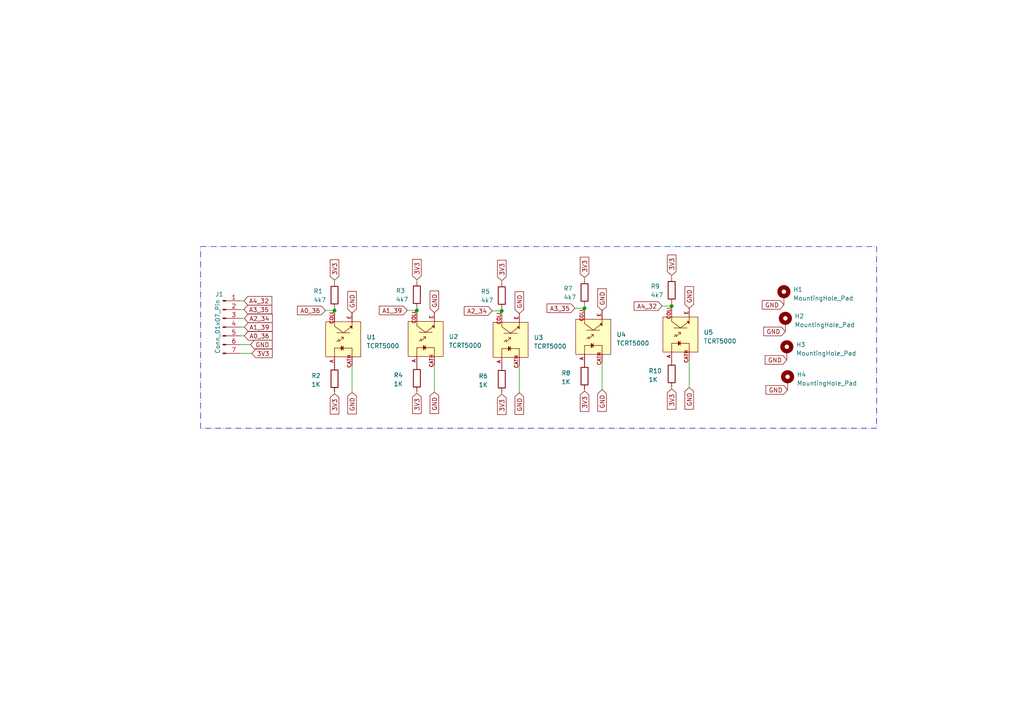
<source format=kicad_sch>
(kicad_sch (version 20230121) (generator eeschema)

  (uuid be597366-5954-4ffd-aba3-9e0ff7c03e95)

  (paper "A4")

  (lib_symbols
    (symbol "Connector:Conn_01x07_Pin" (pin_names (offset 1.016) hide) (in_bom yes) (on_board yes)
      (property "Reference" "J" (at 0 10.16 0)
        (effects (font (size 1.27 1.27)))
      )
      (property "Value" "Conn_01x07_Pin" (at 0 -10.16 0)
        (effects (font (size 1.27 1.27)))
      )
      (property "Footprint" "" (at 0 0 0)
        (effects (font (size 1.27 1.27)) hide)
      )
      (property "Datasheet" "~" (at 0 0 0)
        (effects (font (size 1.27 1.27)) hide)
      )
      (property "ki_locked" "" (at 0 0 0)
        (effects (font (size 1.27 1.27)))
      )
      (property "ki_keywords" "connector" (at 0 0 0)
        (effects (font (size 1.27 1.27)) hide)
      )
      (property "ki_description" "Generic connector, single row, 01x07, script generated" (at 0 0 0)
        (effects (font (size 1.27 1.27)) hide)
      )
      (property "ki_fp_filters" "Connector*:*_1x??_*" (at 0 0 0)
        (effects (font (size 1.27 1.27)) hide)
      )
      (symbol "Conn_01x07_Pin_1_1"
        (polyline
          (pts
            (xy 1.27 -7.62)
            (xy 0.8636 -7.62)
          )
          (stroke (width 0.1524) (type default))
          (fill (type none))
        )
        (polyline
          (pts
            (xy 1.27 -5.08)
            (xy 0.8636 -5.08)
          )
          (stroke (width 0.1524) (type default))
          (fill (type none))
        )
        (polyline
          (pts
            (xy 1.27 -2.54)
            (xy 0.8636 -2.54)
          )
          (stroke (width 0.1524) (type default))
          (fill (type none))
        )
        (polyline
          (pts
            (xy 1.27 0)
            (xy 0.8636 0)
          )
          (stroke (width 0.1524) (type default))
          (fill (type none))
        )
        (polyline
          (pts
            (xy 1.27 2.54)
            (xy 0.8636 2.54)
          )
          (stroke (width 0.1524) (type default))
          (fill (type none))
        )
        (polyline
          (pts
            (xy 1.27 5.08)
            (xy 0.8636 5.08)
          )
          (stroke (width 0.1524) (type default))
          (fill (type none))
        )
        (polyline
          (pts
            (xy 1.27 7.62)
            (xy 0.8636 7.62)
          )
          (stroke (width 0.1524) (type default))
          (fill (type none))
        )
        (rectangle (start 0.8636 -7.493) (end 0 -7.747)
          (stroke (width 0.1524) (type default))
          (fill (type outline))
        )
        (rectangle (start 0.8636 -4.953) (end 0 -5.207)
          (stroke (width 0.1524) (type default))
          (fill (type outline))
        )
        (rectangle (start 0.8636 -2.413) (end 0 -2.667)
          (stroke (width 0.1524) (type default))
          (fill (type outline))
        )
        (rectangle (start 0.8636 0.127) (end 0 -0.127)
          (stroke (width 0.1524) (type default))
          (fill (type outline))
        )
        (rectangle (start 0.8636 2.667) (end 0 2.413)
          (stroke (width 0.1524) (type default))
          (fill (type outline))
        )
        (rectangle (start 0.8636 5.207) (end 0 4.953)
          (stroke (width 0.1524) (type default))
          (fill (type outline))
        )
        (rectangle (start 0.8636 7.747) (end 0 7.493)
          (stroke (width 0.1524) (type default))
          (fill (type outline))
        )
        (pin passive line (at 5.08 7.62 180) (length 3.81)
          (name "Pin_1" (effects (font (size 1.27 1.27))))
          (number "1" (effects (font (size 1.27 1.27))))
        )
        (pin passive line (at 5.08 5.08 180) (length 3.81)
          (name "Pin_2" (effects (font (size 1.27 1.27))))
          (number "2" (effects (font (size 1.27 1.27))))
        )
        (pin passive line (at 5.08 2.54 180) (length 3.81)
          (name "Pin_3" (effects (font (size 1.27 1.27))))
          (number "3" (effects (font (size 1.27 1.27))))
        )
        (pin passive line (at 5.08 0 180) (length 3.81)
          (name "Pin_4" (effects (font (size 1.27 1.27))))
          (number "4" (effects (font (size 1.27 1.27))))
        )
        (pin passive line (at 5.08 -2.54 180) (length 3.81)
          (name "Pin_5" (effects (font (size 1.27 1.27))))
          (number "5" (effects (font (size 1.27 1.27))))
        )
        (pin passive line (at 5.08 -5.08 180) (length 3.81)
          (name "Pin_6" (effects (font (size 1.27 1.27))))
          (number "6" (effects (font (size 1.27 1.27))))
        )
        (pin passive line (at 5.08 -7.62 180) (length 3.81)
          (name "Pin_7" (effects (font (size 1.27 1.27))))
          (number "7" (effects (font (size 1.27 1.27))))
        )
      )
    )
    (symbol "Device:R" (pin_numbers hide) (pin_names (offset 0)) (in_bom yes) (on_board yes)
      (property "Reference" "R" (at 2.032 0 90)
        (effects (font (size 1.27 1.27)))
      )
      (property "Value" "R" (at 0 0 90)
        (effects (font (size 1.27 1.27)))
      )
      (property "Footprint" "" (at -1.778 0 90)
        (effects (font (size 1.27 1.27)) hide)
      )
      (property "Datasheet" "~" (at 0 0 0)
        (effects (font (size 1.27 1.27)) hide)
      )
      (property "ki_keywords" "R res resistor" (at 0 0 0)
        (effects (font (size 1.27 1.27)) hide)
      )
      (property "ki_description" "Resistor" (at 0 0 0)
        (effects (font (size 1.27 1.27)) hide)
      )
      (property "ki_fp_filters" "R_*" (at 0 0 0)
        (effects (font (size 1.27 1.27)) hide)
      )
      (symbol "R_0_1"
        (rectangle (start -1.016 -2.54) (end 1.016 2.54)
          (stroke (width 0.254) (type default))
          (fill (type none))
        )
      )
      (symbol "R_1_1"
        (pin passive line (at 0 3.81 270) (length 1.27)
          (name "~" (effects (font (size 1.27 1.27))))
          (number "1" (effects (font (size 1.27 1.27))))
        )
        (pin passive line (at 0 -3.81 90) (length 1.27)
          (name "~" (effects (font (size 1.27 1.27))))
          (number "2" (effects (font (size 1.27 1.27))))
        )
      )
    )
    (symbol "LSA_SYM:TCRT5000" (pin_names (offset 1.016)) (in_bom yes) (on_board yes)
      (property "Reference" "U" (at -5.0887 5.7248 0)
        (effects (font (size 1.27 1.27)) (justify left bottom))
      )
      (property "Value" "TCRT5000" (at -5.0838 -5.7193 0)
        (effects (font (size 1.27 1.27)) (justify left top))
      )
      (property "Footprint" "OPTO_TCRT5000" (at 0.254 -9.398 0)
        (effects (font (size 1.27 1.27)) (justify bottom) hide)
      )
      (property "Datasheet" "" (at 0 0 0)
        (effects (font (size 1.27 1.27)) hide)
      )
      (property "PARTREV" "1.7" (at 11.176 -0.762 0)
        (effects (font (size 1.27 1.27)) (justify bottom) hide)
      )
      (property "MANUFACTURER" "Vishay" (at 0.762 5.588 0)
        (effects (font (size 1.27 1.27)) (justify bottom) hide)
      )
      (property "MAXIMUM_PACKAGE_HEIGHT" "7.2mm" (at 9.652 5.588 0)
        (effects (font (size 1.27 1.27)) (justify bottom) hide)
      )
      (property "STANDARD" "Manufacturer recommendations" (at -0.254 7.874 0)
        (effects (font (size 1.27 1.27)) (justify bottom) hide)
      )
      (symbol "TCRT5000_0_0"
        (rectangle (start -5.08 -5.08) (end 5.08 5.08)
          (stroke (width 0.1524) (type default))
          (fill (type background))
        )
        (polyline
          (pts
            (xy -5.08 2.54)
            (xy -2.54 2.54)
          )
          (stroke (width 0.1524) (type default))
          (fill (type none))
        )
        (polyline
          (pts
            (xy -3.175 0)
            (xy -1.905 0)
          )
          (stroke (width 0.1524) (type default))
          (fill (type none))
        )
        (polyline
          (pts
            (xy -2.54 -2.54)
            (xy -5.08 -2.54)
          )
          (stroke (width 0.1524) (type default))
          (fill (type none))
        )
        (polyline
          (pts
            (xy -2.54 2.54)
            (xy -2.54 -2.54)
          )
          (stroke (width 0.1524) (type default))
          (fill (type none))
        )
        (polyline
          (pts
            (xy -0.635 1.27)
            (xy 0.635 0)
          )
          (stroke (width 0.1524) (type default))
          (fill (type none))
        )
        (polyline
          (pts
            (xy -0.635 1.905)
            (xy 0 1.27)
          )
          (stroke (width 0.1524) (type default))
          (fill (type none))
        )
        (polyline
          (pts
            (xy 0 1.27)
            (xy -0.635 1.27)
          )
          (stroke (width 0.1524) (type default))
          (fill (type none))
        )
        (polyline
          (pts
            (xy 0.635 0)
            (xy 0 0)
          )
          (stroke (width 0.1524) (type default))
          (fill (type none))
        )
        (polyline
          (pts
            (xy 0.635 0.635)
            (xy 0.635 0)
          )
          (stroke (width 0.1524) (type default))
          (fill (type none))
        )
        (polyline
          (pts
            (xy 1.905 0)
            (xy 1.905 -1.905)
          )
          (stroke (width 0.1524) (type default))
          (fill (type none))
        )
        (polyline
          (pts
            (xy 1.905 0)
            (xy 3.81 -2.54)
          )
          (stroke (width 0.1524) (type default))
          (fill (type none))
        )
        (polyline
          (pts
            (xy 1.905 0)
            (xy 3.81 2.54)
          )
          (stroke (width 0.1524) (type default))
          (fill (type none))
        )
        (polyline
          (pts
            (xy 1.905 1.905)
            (xy 1.905 0)
          )
          (stroke (width 0.1524) (type default))
          (fill (type none))
        )
        (polyline
          (pts
            (xy 3.81 -2.54)
            (xy 5.08 -2.54)
          )
          (stroke (width 0.1524) (type default))
          (fill (type none))
        )
        (polyline
          (pts
            (xy 3.81 2.54)
            (xy 5.08 2.54)
          )
          (stroke (width 0.1524) (type default))
          (fill (type none))
        )
        (polyline
          (pts
            (xy -3.175 0.635)
            (xy -1.905 0.635)
            (xy -2.54 0)
            (xy -3.175 0.635)
          )
          (stroke (width 0.1524) (type default))
          (fill (type outline))
        )
        (polyline
          (pts
            (xy 3.175 -2.54)
            (xy 3.81 -2.54)
            (xy 3.81 -1.905)
            (xy 3.175 -2.54)
          )
          (stroke (width 0.1524) (type default))
          (fill (type outline))
        )
        (pin passive line (at -7.62 2.54 0) (length 2.54)
          (name "~" (effects (font (size 1.016 1.016))))
          (number "A" (effects (font (size 1.016 1.016))))
        )
        (pin passive line (at -7.62 -2.54 0) (length 2.54)
          (name "~" (effects (font (size 1.016 1.016))))
          (number "CATH" (effects (font (size 1.016 1.016))))
        )
        (pin passive line (at 7.62 2.54 180) (length 2.54)
          (name "~" (effects (font (size 1.016 1.016))))
          (number "COLL" (effects (font (size 1.016 1.016))))
        )
        (pin passive line (at 7.62 -2.54 180) (length 2.54)
          (name "~" (effects (font (size 1.016 1.016))))
          (number "E" (effects (font (size 1.016 1.016))))
        )
      )
    )
    (symbol "Mechanical:MountingHole_Pad" (pin_numbers hide) (pin_names (offset 1.016) hide) (in_bom yes) (on_board yes)
      (property "Reference" "H" (at 0 6.35 0)
        (effects (font (size 1.27 1.27)))
      )
      (property "Value" "MountingHole_Pad" (at 0 4.445 0)
        (effects (font (size 1.27 1.27)))
      )
      (property "Footprint" "" (at 0 0 0)
        (effects (font (size 1.27 1.27)) hide)
      )
      (property "Datasheet" "~" (at 0 0 0)
        (effects (font (size 1.27 1.27)) hide)
      )
      (property "ki_keywords" "mounting hole" (at 0 0 0)
        (effects (font (size 1.27 1.27)) hide)
      )
      (property "ki_description" "Mounting Hole with connection" (at 0 0 0)
        (effects (font (size 1.27 1.27)) hide)
      )
      (property "ki_fp_filters" "MountingHole*Pad*" (at 0 0 0)
        (effects (font (size 1.27 1.27)) hide)
      )
      (symbol "MountingHole_Pad_0_1"
        (circle (center 0 1.27) (radius 1.27)
          (stroke (width 1.27) (type default))
          (fill (type none))
        )
      )
      (symbol "MountingHole_Pad_1_1"
        (pin input line (at 0 -2.54 90) (length 2.54)
          (name "1" (effects (font (size 1.27 1.27))))
          (number "1" (effects (font (size 1.27 1.27))))
        )
      )
    )
  )

  (junction (at 145.542 90.17) (diameter 0) (color 0 0 0 0)
    (uuid 1ec9cc72-959a-4720-bbc3-cec2093f9585)
  )
  (junction (at 194.818 88.773) (diameter 0) (color 0 0 0 0)
    (uuid 49f00c7a-6893-461f-93c0-c3323889242a)
  )
  (junction (at 97.028 90.043) (diameter 0) (color 0 0 0 0)
    (uuid 5ee66b6b-c1eb-46c3-802b-d8bea307ff38)
  )
  (junction (at 169.545 89.408) (diameter 0) (color 0 0 0 0)
    (uuid b3cc0c0b-5ffb-4fdc-a8fc-259f06e394be)
  )
  (junction (at 120.904 90.043) (diameter 0) (color 0 0 0 0)
    (uuid d525433d-08f5-42e7-a28b-1150dfd8945b)
  )

  (wire (pts (xy 169.545 89.408) (xy 169.545 90.043))
    (stroke (width 0) (type default))
    (uuid 040bcaf5-1796-493d-bce7-3fa59f38a3c5)
  )
  (wire (pts (xy 120.904 114.046) (xy 120.904 113.538))
    (stroke (width 0) (type default))
    (uuid 0bc80a7c-41ee-4906-9947-2555c062e3cb)
  )
  (wire (pts (xy 192.024 88.773) (xy 194.818 88.773))
    (stroke (width 0) (type default))
    (uuid 0da149ce-eeb4-49a3-a4a6-8b791e559961)
  )
  (wire (pts (xy 72.644 99.949) (xy 69.723 99.949))
    (stroke (width 0) (type default))
    (uuid 2810e975-0085-4259-b743-f76ff7f69912)
  )
  (wire (pts (xy 120.904 90.043) (xy 120.904 90.678))
    (stroke (width 0) (type default))
    (uuid 2ac6cdcf-fc37-4ec0-8df9-bb0f4bf48d6c)
  )
  (wire (pts (xy 70.739 87.249) (xy 69.723 87.249))
    (stroke (width 0) (type default))
    (uuid 2f584e80-9412-4970-b1a3-8b6e209a8955)
  )
  (wire (pts (xy 194.818 88.773) (xy 194.818 89.408))
    (stroke (width 0) (type default))
    (uuid 412c866c-fafb-4bdd-81ab-4ccd4a4f63e1)
  )
  (wire (pts (xy 150.622 113.919) (xy 150.622 106.172))
    (stroke (width 0) (type default))
    (uuid 4a76e725-9061-441c-a7d4-ea72f3daec54)
  )
  (wire (pts (xy 94.361 90.043) (xy 97.028 90.043))
    (stroke (width 0) (type default))
    (uuid 4f79d264-0de3-41ff-a01e-9f687b4c0943)
  )
  (wire (pts (xy 97.028 81.28) (xy 97.028 81.788))
    (stroke (width 0) (type default))
    (uuid 50422bfa-eff5-4e4d-8e65-f0fea3f6f73e)
  )
  (wire (pts (xy 145.542 90.17) (xy 145.542 90.932))
    (stroke (width 0) (type default))
    (uuid 553af67f-7807-4f71-ad13-b2982b903369)
  )
  (wire (pts (xy 169.545 88.646) (xy 169.545 89.408))
    (stroke (width 0) (type default))
    (uuid 59959019-0e9c-47d9-a669-c20041b2edcf)
  )
  (wire (pts (xy 120.904 81.153) (xy 120.904 81.661))
    (stroke (width 0) (type default))
    (uuid 64397499-438f-4c64-a5a2-359fcad36a4a)
  )
  (wire (pts (xy 70.739 89.789) (xy 69.723 89.789))
    (stroke (width 0) (type default))
    (uuid 684d3f68-0963-4dd7-8ce6-a5bfae354abe)
  )
  (wire (pts (xy 194.818 112.776) (xy 194.818 112.268))
    (stroke (width 0) (type default))
    (uuid 71082278-9d89-4cfc-9349-931b47eb34d6)
  )
  (wire (pts (xy 120.904 89.281) (xy 120.904 90.043))
    (stroke (width 0) (type default))
    (uuid 74fa8ce9-a140-4756-b228-3d237495e8ab)
  )
  (wire (pts (xy 174.625 113.03) (xy 174.625 105.283))
    (stroke (width 0) (type default))
    (uuid 7ab4af73-191d-4370-ba1f-5e637778d92f)
  )
  (wire (pts (xy 125.984 113.665) (xy 125.984 105.918))
    (stroke (width 0) (type default))
    (uuid 7ca5df42-83f7-4bbf-a999-72ed8e5cf616)
  )
  (wire (pts (xy 169.545 80.518) (xy 169.545 81.026))
    (stroke (width 0) (type default))
    (uuid 85a6753c-c7c4-4624-bb6e-e743c32d02e8)
  )
  (wire (pts (xy 194.818 88.011) (xy 194.818 88.773))
    (stroke (width 0) (type default))
    (uuid 9eb36a71-80ba-4aec-b22d-7597a9d84c76)
  )
  (wire (pts (xy 142.748 90.17) (xy 145.542 90.17))
    (stroke (width 0) (type default))
    (uuid a156c45e-0170-4820-952e-3cfdfab6fd73)
  )
  (wire (pts (xy 97.028 114.173) (xy 97.028 113.665))
    (stroke (width 0) (type default))
    (uuid a6d775dd-2717-44da-8461-5db172ba07bf)
  )
  (wire (pts (xy 97.028 90.043) (xy 97.028 90.805))
    (stroke (width 0) (type default))
    (uuid a9964643-f0a1-4038-bdfe-50c9463ec40f)
  )
  (wire (pts (xy 145.542 89.535) (xy 145.542 90.17))
    (stroke (width 0) (type default))
    (uuid acd09af1-f22a-49c8-8330-dc4cde1ce418)
  )
  (wire (pts (xy 70.866 97.409) (xy 69.723 97.409))
    (stroke (width 0) (type default))
    (uuid ad4b9d66-c909-4221-8fc3-0f242fe51be6)
  )
  (wire (pts (xy 102.108 113.792) (xy 102.108 106.045))
    (stroke (width 0) (type default))
    (uuid aed0358e-61ef-4345-b37d-54bacacf2ea0)
  )
  (wire (pts (xy 73.025 102.489) (xy 69.723 102.489))
    (stroke (width 0) (type default))
    (uuid b28261e1-5a8c-43d4-a1e0-c3b8edf35400)
  )
  (wire (pts (xy 118.11 90.043) (xy 120.904 90.043))
    (stroke (width 0) (type default))
    (uuid b811cf9a-4c13-4785-85be-856da872fb4c)
  )
  (wire (pts (xy 70.866 94.869) (xy 69.723 94.869))
    (stroke (width 0) (type default))
    (uuid bb546eb7-1ebd-4430-a925-dd442d8c37fc)
  )
  (wire (pts (xy 145.542 81.407) (xy 145.542 81.915))
    (stroke (width 0) (type default))
    (uuid bc4617bd-b684-4a46-9d20-1e60245fdc1e)
  )
  (wire (pts (xy 166.751 89.408) (xy 169.545 89.408))
    (stroke (width 0) (type default))
    (uuid c350011c-8d32-4065-b678-9db2e5ee4fba)
  )
  (wire (pts (xy 70.866 92.329) (xy 69.723 92.329))
    (stroke (width 0) (type default))
    (uuid ca5e48b8-b847-4b70-94e2-3ee4c8e33962)
  )
  (wire (pts (xy 97.028 89.408) (xy 97.028 90.043))
    (stroke (width 0) (type default))
    (uuid d15f96c4-0c1e-4286-9c70-4b1577ca7ef9)
  )
  (wire (pts (xy 199.898 112.395) (xy 199.898 104.648))
    (stroke (width 0) (type default))
    (uuid d17f8d0b-998d-41bd-a99b-7b7be042a7be)
  )
  (wire (pts (xy 169.545 113.411) (xy 169.545 112.903))
    (stroke (width 0) (type default))
    (uuid e493e283-9d72-40c8-a718-b860eda358b3)
  )
  (wire (pts (xy 194.818 79.883) (xy 194.818 80.391))
    (stroke (width 0) (type default))
    (uuid f21e6fe8-bf2c-4474-ab95-6c00abeca3d2)
  )
  (wire (pts (xy 145.542 114.3) (xy 145.542 113.792))
    (stroke (width 0) (type default))
    (uuid ff46e4ea-c4d1-4055-9b7d-a8a6134a4770)
  )

  (rectangle (start 58.166 71.501) (end 254.254 124.206)
    (stroke (width 0) (type dash_dot))
    (fill (type none))
    (uuid 95e56f25-530c-4697-8d2c-d0cbb1291701)
  )

  (global_label "A4_32" (shape input) (at 70.739 87.249 0) (fields_autoplaced)
    (effects (font (size 1.27 1.27)) (justify left))
    (uuid 008eb634-e164-48cc-96ca-91e0974ac908)
    (property "Intersheetrefs" "${INTERSHEET_REFS}" (at 79.3295 87.249 0)
      (effects (font (size 1.27 1.27)) (justify left) hide)
    )
  )
  (global_label "3V3" (shape input) (at 97.028 81.28 90) (fields_autoplaced)
    (effects (font (size 1.27 1.27)) (justify left))
    (uuid 064924b5-6ba7-47f2-b329-768c85bf23f8)
    (property "Intersheetrefs" "${INTERSHEET_REFS}" (at 97.028 74.8666 90)
      (effects (font (size 1.27 1.27)) (justify left) hide)
    )
  )
  (global_label "3V3" (shape input) (at 169.545 113.411 270) (fields_autoplaced)
    (effects (font (size 1.27 1.27)) (justify right))
    (uuid 0746fd8b-7040-4b5f-b70d-c43dc51f98aa)
    (property "Intersheetrefs" "${INTERSHEET_REFS}" (at 169.545 119.8244 90)
      (effects (font (size 1.27 1.27)) (justify right) hide)
    )
  )
  (global_label "GND" (shape input) (at 174.625 90.043 90) (fields_autoplaced)
    (effects (font (size 1.27 1.27)) (justify left))
    (uuid 151cd892-3866-4f64-a5f3-ee44456e80a7)
    (property "Intersheetrefs" "${INTERSHEET_REFS}" (at 174.625 83.2667 90)
      (effects (font (size 1.27 1.27)) (justify left) hide)
    )
  )
  (global_label "3V3" (shape input) (at 145.542 81.407 90) (fields_autoplaced)
    (effects (font (size 1.27 1.27)) (justify left))
    (uuid 17dd4daf-7772-451c-8cc9-00a11b811771)
    (property "Intersheetrefs" "${INTERSHEET_REFS}" (at 145.542 74.9936 90)
      (effects (font (size 1.27 1.27)) (justify left) hide)
    )
  )
  (global_label "3V3" (shape input) (at 120.904 114.046 270) (fields_autoplaced)
    (effects (font (size 1.27 1.27)) (justify right))
    (uuid 24a74463-3834-43c5-b8b7-873cbf60c4a4)
    (property "Intersheetrefs" "${INTERSHEET_REFS}" (at 120.904 120.4594 90)
      (effects (font (size 1.27 1.27)) (justify right) hide)
    )
  )
  (global_label "A0_36" (shape input) (at 94.361 90.043 180) (fields_autoplaced)
    (effects (font (size 1.27 1.27)) (justify right))
    (uuid 27f4dac9-b6b4-4c42-8a6f-3ec0c031478b)
    (property "Intersheetrefs" "${INTERSHEET_REFS}" (at 85.7705 90.043 0)
      (effects (font (size 1.27 1.27)) (justify right) hide)
    )
  )
  (global_label "GND" (shape input) (at 150.622 90.932 90) (fields_autoplaced)
    (effects (font (size 1.27 1.27)) (justify left))
    (uuid 46bbe2b7-ae67-49ca-9174-2aadcc2f6577)
    (property "Intersheetrefs" "${INTERSHEET_REFS}" (at 150.622 84.1557 90)
      (effects (font (size 1.27 1.27)) (justify left) hide)
    )
  )
  (global_label "GND" (shape input) (at 125.984 90.678 90) (fields_autoplaced)
    (effects (font (size 1.27 1.27)) (justify left))
    (uuid 4dec85b2-c0e6-4aa8-a13d-c1c66af7735c)
    (property "Intersheetrefs" "${INTERSHEET_REFS}" (at 125.984 83.9017 90)
      (effects (font (size 1.27 1.27)) (justify left) hide)
    )
  )
  (global_label "A2_34" (shape input) (at 70.866 92.329 0) (fields_autoplaced)
    (effects (font (size 1.27 1.27)) (justify left))
    (uuid 4e7dd97f-7d90-45fb-8afa-b5f00b79605c)
    (property "Intersheetrefs" "${INTERSHEET_REFS}" (at 79.4565 92.329 0)
      (effects (font (size 1.27 1.27)) (justify left) hide)
    )
  )
  (global_label "A3_35" (shape input) (at 70.739 89.789 0) (fields_autoplaced)
    (effects (font (size 1.27 1.27)) (justify left))
    (uuid 5c4a860b-101b-43b1-8465-7ca01b9542e0)
    (property "Intersheetrefs" "${INTERSHEET_REFS}" (at 79.3295 89.789 0)
      (effects (font (size 1.27 1.27)) (justify left) hide)
    )
  )
  (global_label "A0_36" (shape input) (at 70.866 97.409 0) (fields_autoplaced)
    (effects (font (size 1.27 1.27)) (justify left))
    (uuid 604e2613-fc53-4cac-830b-da1ad2649f92)
    (property "Intersheetrefs" "${INTERSHEET_REFS}" (at 79.4565 97.409 0)
      (effects (font (size 1.27 1.27)) (justify left) hide)
    )
  )
  (global_label "3V3" (shape input) (at 120.904 81.153 90) (fields_autoplaced)
    (effects (font (size 1.27 1.27)) (justify left))
    (uuid 6074a150-9a0d-4e94-856c-d15ebbb714d1)
    (property "Intersheetrefs" "${INTERSHEET_REFS}" (at 120.904 74.7396 90)
      (effects (font (size 1.27 1.27)) (justify left) hide)
    )
  )
  (global_label "GND" (shape input) (at 125.984 113.665 270) (fields_autoplaced)
    (effects (font (size 1.27 1.27)) (justify right))
    (uuid 62f5754c-f5b4-4fb4-95f6-3ba7bab0a562)
    (property "Intersheetrefs" "${INTERSHEET_REFS}" (at 125.984 120.4413 90)
      (effects (font (size 1.27 1.27)) (justify right) hide)
    )
  )
  (global_label "GND" (shape input) (at 228.219 104.394 180) (fields_autoplaced)
    (effects (font (size 1.27 1.27)) (justify right))
    (uuid 6819adc3-be5f-40dd-9f07-b4af3886fa77)
    (property "Intersheetrefs" "${INTERSHEET_REFS}" (at 221.4427 104.394 0)
      (effects (font (size 1.27 1.27)) (justify right) hide)
    )
  )
  (global_label "GND" (shape input) (at 228.4336 113.0855 180) (fields_autoplaced)
    (effects (font (size 1.27 1.27)) (justify right))
    (uuid 6dbc55e8-0978-4749-803b-9377d20bf969)
    (property "Intersheetrefs" "${INTERSHEET_REFS}" (at 221.6573 113.0855 0)
      (effects (font (size 1.27 1.27)) (justify right) hide)
    )
  )
  (global_label "GND" (shape input) (at 199.898 89.408 90) (fields_autoplaced)
    (effects (font (size 1.27 1.27)) (justify left))
    (uuid 7230ad62-f5e4-4574-824f-2ca559dca48a)
    (property "Intersheetrefs" "${INTERSHEET_REFS}" (at 199.898 82.6317 90)
      (effects (font (size 1.27 1.27)) (justify left) hide)
    )
  )
  (global_label "GND" (shape input) (at 102.108 90.805 90) (fields_autoplaced)
    (effects (font (size 1.27 1.27)) (justify left))
    (uuid 885b6e48-8ec2-4dda-a1a5-4650b8fcdd02)
    (property "Intersheetrefs" "${INTERSHEET_REFS}" (at 102.108 84.0287 90)
      (effects (font (size 1.27 1.27)) (justify left) hide)
    )
  )
  (global_label "A1_39" (shape input) (at 118.11 90.043 180) (fields_autoplaced)
    (effects (font (size 1.27 1.27)) (justify right))
    (uuid 8e6ccd0c-e103-4a8a-bbd4-ff193537cbb2)
    (property "Intersheetrefs" "${INTERSHEET_REFS}" (at 109.5195 90.043 0)
      (effects (font (size 1.27 1.27)) (justify right) hide)
    )
  )
  (global_label "GND" (shape input) (at 150.622 113.919 270) (fields_autoplaced)
    (effects (font (size 1.27 1.27)) (justify right))
    (uuid 98363ec8-e0a2-4bdb-b656-207ae6e79242)
    (property "Intersheetrefs" "${INTERSHEET_REFS}" (at 150.622 120.6953 90)
      (effects (font (size 1.27 1.27)) (justify right) hide)
    )
  )
  (global_label "3V3" (shape input) (at 169.545 80.518 90) (fields_autoplaced)
    (effects (font (size 1.27 1.27)) (justify left))
    (uuid 999843cf-a287-45b5-b28e-84a13edf7176)
    (property "Intersheetrefs" "${INTERSHEET_REFS}" (at 169.545 74.1046 90)
      (effects (font (size 1.27 1.27)) (justify left) hide)
    )
  )
  (global_label "GND" (shape input) (at 227.3677 88.4099 180) (fields_autoplaced)
    (effects (font (size 1.27 1.27)) (justify right))
    (uuid a4f2c82c-0d61-4583-8b83-b42b05aa2900)
    (property "Intersheetrefs" "${INTERSHEET_REFS}" (at 220.5914 88.4099 0)
      (effects (font (size 1.27 1.27)) (justify right) hide)
    )
  )
  (global_label "GND" (shape input) (at 174.625 113.03 270) (fields_autoplaced)
    (effects (font (size 1.27 1.27)) (justify right))
    (uuid a7f2a6da-dca0-46c8-88c4-ba1e28064761)
    (property "Intersheetrefs" "${INTERSHEET_REFS}" (at 174.625 119.8063 90)
      (effects (font (size 1.27 1.27)) (justify right) hide)
    )
  )
  (global_label "3V3" (shape input) (at 97.028 114.173 270) (fields_autoplaced)
    (effects (font (size 1.27 1.27)) (justify right))
    (uuid b2a48cf0-efc2-4dfb-b531-da278b5b537c)
    (property "Intersheetrefs" "${INTERSHEET_REFS}" (at 97.028 120.5864 90)
      (effects (font (size 1.27 1.27)) (justify right) hide)
    )
  )
  (global_label "GND" (shape input) (at 199.898 112.395 270) (fields_autoplaced)
    (effects (font (size 1.27 1.27)) (justify right))
    (uuid bbcff7b2-3400-448a-9873-bc68bda3a3e9)
    (property "Intersheetrefs" "${INTERSHEET_REFS}" (at 199.898 119.1713 90)
      (effects (font (size 1.27 1.27)) (justify right) hide)
    )
  )
  (global_label "A2_34" (shape input) (at 142.748 90.17 180) (fields_autoplaced)
    (effects (font (size 1.27 1.27)) (justify right))
    (uuid cf1194d7-6a2a-4365-b60e-0b11c819b332)
    (property "Intersheetrefs" "${INTERSHEET_REFS}" (at 134.1575 90.17 0)
      (effects (font (size 1.27 1.27)) (justify right) hide)
    )
  )
  (global_label "3V3" (shape input) (at 145.542 114.3 270) (fields_autoplaced)
    (effects (font (size 1.27 1.27)) (justify right))
    (uuid cfa0d6ae-a882-4d53-9b97-e63ccd3ea1ff)
    (property "Intersheetrefs" "${INTERSHEET_REFS}" (at 145.542 120.7134 90)
      (effects (font (size 1.27 1.27)) (justify right) hide)
    )
  )
  (global_label "A1_39" (shape input) (at 70.866 94.869 0) (fields_autoplaced)
    (effects (font (size 1.27 1.27)) (justify left))
    (uuid d321aa33-69e4-422e-a39d-fc462fdd6bee)
    (property "Intersheetrefs" "${INTERSHEET_REFS}" (at 79.4565 94.869 0)
      (effects (font (size 1.27 1.27)) (justify left) hide)
    )
  )
  (global_label "GND" (shape input) (at 227.7898 96.1316 180) (fields_autoplaced)
    (effects (font (size 1.27 1.27)) (justify right))
    (uuid d40b05c9-f94c-4258-9fc0-696e0ac0b486)
    (property "Intersheetrefs" "${INTERSHEET_REFS}" (at 221.0135 96.1316 0)
      (effects (font (size 1.27 1.27)) (justify right) hide)
    )
  )
  (global_label "GND" (shape input) (at 72.644 99.949 0) (fields_autoplaced)
    (effects (font (size 1.27 1.27)) (justify left))
    (uuid d7b452b2-fdcb-4fe1-8a78-ce5b3faab536)
    (property "Intersheetrefs" "${INTERSHEET_REFS}" (at 79.4203 99.949 0)
      (effects (font (size 1.27 1.27)) (justify left) hide)
    )
  )
  (global_label "3V3" (shape input) (at 73.025 102.489 0) (fields_autoplaced)
    (effects (font (size 1.27 1.27)) (justify left))
    (uuid e22c596d-2298-4bf3-a71c-66623abd64f6)
    (property "Intersheetrefs" "${INTERSHEET_REFS}" (at 79.4384 102.489 0)
      (effects (font (size 1.27 1.27)) (justify left) hide)
    )
  )
  (global_label "3V3" (shape input) (at 194.818 112.776 270) (fields_autoplaced)
    (effects (font (size 1.27 1.27)) (justify right))
    (uuid e50ddb47-e319-4e18-8dd9-a77caf1f57aa)
    (property "Intersheetrefs" "${INTERSHEET_REFS}" (at 194.818 119.1894 90)
      (effects (font (size 1.27 1.27)) (justify right) hide)
    )
  )
  (global_label "GND" (shape input) (at 102.108 113.792 270) (fields_autoplaced)
    (effects (font (size 1.27 1.27)) (justify right))
    (uuid ec8ad02f-0823-43ba-a250-6f5da3e9450c)
    (property "Intersheetrefs" "${INTERSHEET_REFS}" (at 102.108 120.5683 90)
      (effects (font (size 1.27 1.27)) (justify right) hide)
    )
  )
  (global_label "A4_32" (shape input) (at 192.024 88.773 180) (fields_autoplaced)
    (effects (font (size 1.27 1.27)) (justify right))
    (uuid eeb7f111-07bd-444e-b220-d0127a0cb0b7)
    (property "Intersheetrefs" "${INTERSHEET_REFS}" (at 183.4335 88.773 0)
      (effects (font (size 1.27 1.27)) (justify right) hide)
    )
  )
  (global_label "3V3" (shape input) (at 194.818 79.883 90) (fields_autoplaced)
    (effects (font (size 1.27 1.27)) (justify left))
    (uuid f38f5608-c100-4189-b4ac-6bca74ef78cc)
    (property "Intersheetrefs" "${INTERSHEET_REFS}" (at 194.818 73.4696 90)
      (effects (font (size 1.27 1.27)) (justify left) hide)
    )
  )
  (global_label "A3_35" (shape input) (at 166.751 89.408 180) (fields_autoplaced)
    (effects (font (size 1.27 1.27)) (justify right))
    (uuid ffe56e08-1b24-4907-a0a9-44a8b33e9ac0)
    (property "Intersheetrefs" "${INTERSHEET_REFS}" (at 158.1605 89.408 0)
      (effects (font (size 1.27 1.27)) (justify right) hide)
    )
  )

  (symbol (lib_id "Device:R") (at 169.545 84.836 0) (unit 1)
    (in_bom yes) (on_board yes) (dnp no)
    (uuid 05a2281c-0499-4379-9d3b-4006943f0512)
    (property "Reference" "R7" (at 163.449 83.693 0)
      (effects (font (size 1.27 1.27)) (justify left))
    )
    (property "Value" "4k7" (at 163.449 86.233 0)
      (effects (font (size 1.27 1.27)) (justify left))
    )
    (property "Footprint" "Resistor_SMD:R_0402_1005Metric" (at 167.767 84.836 90)
      (effects (font (size 1.27 1.27)) hide)
    )
    (property "Datasheet" "~" (at 169.545 84.836 0)
      (effects (font (size 1.27 1.27)) hide)
    )
    (pin "1" (uuid fbc845e0-509d-4fab-b1ea-4ae78b3d5727))
    (pin "2" (uuid 8537dffb-dc9f-4afc-88a9-46e26ecb608d))
    (instances
      (project "lsa_task"
        (path "/be597366-5954-4ffd-aba3-9e0ff7c03e95"
          (reference "R7") (unit 1)
        )
      )
    )
  )

  (symbol (lib_id "Device:R") (at 169.545 109.093 180) (unit 1)
    (in_bom yes) (on_board yes) (dnp no)
    (uuid 2ed2bcf1-2cd0-4747-85ac-394d005c2a49)
    (property "Reference" "R8" (at 162.814 108.204 0)
      (effects (font (size 1.27 1.27)) (justify right))
    )
    (property "Value" "1K" (at 162.814 110.744 0)
      (effects (font (size 1.27 1.27)) (justify right))
    )
    (property "Footprint" "Resistor_SMD:R_0402_1005Metric" (at 171.323 109.093 90)
      (effects (font (size 1.27 1.27)) hide)
    )
    (property "Datasheet" "~" (at 169.545 109.093 0)
      (effects (font (size 1.27 1.27)) hide)
    )
    (pin "1" (uuid 2bf25f9d-60fc-4b36-932b-6b2b4f668fb5))
    (pin "2" (uuid 717dc361-87a0-41b4-b52e-ef78fc44a279))
    (instances
      (project "lsa_task"
        (path "/be597366-5954-4ffd-aba3-9e0ff7c03e95"
          (reference "R8") (unit 1)
        )
      )
    )
  )

  (symbol (lib_id "LSA_SYM:TCRT5000") (at 197.358 97.028 90) (unit 1)
    (in_bom yes) (on_board yes) (dnp no) (fields_autoplaced)
    (uuid 37d892b9-7e26-41fc-aeba-c0b999c6a5c4)
    (property "Reference" "U5" (at 204.089 96.393 90)
      (effects (font (size 1.27 1.27)) (justify right))
    )
    (property "Value" "TCRT5000" (at 204.089 98.933 90)
      (effects (font (size 1.27 1.27)) (justify right))
    )
    (property "Footprint" "LSA:OPTO_TCRT5000" (at 206.756 96.774 0)
      (effects (font (size 1.27 1.27)) (justify bottom) hide)
    )
    (property "Datasheet" "" (at 197.358 97.028 0)
      (effects (font (size 1.27 1.27)) hide)
    )
    (property "PARTREV" "1.7" (at 198.12 85.852 0)
      (effects (font (size 1.27 1.27)) (justify bottom) hide)
    )
    (property "MANUFACTURER" "Vishay" (at 191.77 96.266 0)
      (effects (font (size 1.27 1.27)) (justify bottom) hide)
    )
    (property "MAXIMUM_PACKAGE_HEIGHT" "7.2mm" (at 191.77 87.376 0)
      (effects (font (size 1.27 1.27)) (justify bottom) hide)
    )
    (property "STANDARD" "Manufacturer recommendations" (at 189.484 97.282 0)
      (effects (font (size 1.27 1.27)) (justify bottom) hide)
    )
    (pin "A" (uuid d66a5cb8-1f5c-438f-a8db-e9cd2f67b462))
    (pin "CATH" (uuid 64e62f8a-4b4c-4285-a4c5-9a8b7d3696d7))
    (pin "COLL" (uuid 6b5a2f88-c828-4540-83ce-3b68a5db32a7))
    (pin "E" (uuid 7f11f8ee-8342-4591-8313-4eaaddc72253))
    (instances
      (project "lsa_task"
        (path "/be597366-5954-4ffd-aba3-9e0ff7c03e95"
          (reference "U5") (unit 1)
        )
      )
    )
  )

  (symbol (lib_id "LSA_SYM:TCRT5000") (at 99.568 98.425 90) (unit 1)
    (in_bom yes) (on_board yes) (dnp no) (fields_autoplaced)
    (uuid 5dc05d46-705b-4ec7-ad5c-2170ea417f5d)
    (property "Reference" "U1" (at 106.299 97.79 90)
      (effects (font (size 1.27 1.27)) (justify right))
    )
    (property "Value" "TCRT5000" (at 106.299 100.33 90)
      (effects (font (size 1.27 1.27)) (justify right))
    )
    (property "Footprint" "LSA:OPTO_TCRT5000" (at 108.966 98.171 0)
      (effects (font (size 1.27 1.27)) (justify bottom) hide)
    )
    (property "Datasheet" "" (at 99.568 98.425 0)
      (effects (font (size 1.27 1.27)) hide)
    )
    (property "PARTREV" "1.7" (at 100.33 87.249 0)
      (effects (font (size 1.27 1.27)) (justify bottom) hide)
    )
    (property "MANUFACTURER" "Vishay" (at 93.98 97.663 0)
      (effects (font (size 1.27 1.27)) (justify bottom) hide)
    )
    (property "MAXIMUM_PACKAGE_HEIGHT" "7.2mm" (at 93.98 88.773 0)
      (effects (font (size 1.27 1.27)) (justify bottom) hide)
    )
    (property "STANDARD" "Manufacturer recommendations" (at 91.694 98.679 0)
      (effects (font (size 1.27 1.27)) (justify bottom) hide)
    )
    (pin "A" (uuid c192b5d1-a517-47e7-bc2b-788d2a7c7603))
    (pin "CATH" (uuid 48f7bd1d-8282-445e-a13d-6d61ce88463a))
    (pin "COLL" (uuid 25822d50-f457-4d48-b9b2-ea0c995b9265))
    (pin "E" (uuid 1f35d9f0-4301-47f0-9a86-d5d157c16c16))
    (instances
      (project "lsa_task"
        (path "/be597366-5954-4ffd-aba3-9e0ff7c03e95"
          (reference "U1") (unit 1)
        )
      )
    )
  )

  (symbol (lib_id "Mechanical:MountingHole_Pad") (at 227.3677 85.8699 0) (unit 1)
    (in_bom yes) (on_board yes) (dnp no) (fields_autoplaced)
    (uuid 6786f822-d1d8-443c-935e-db23e39e1dd1)
    (property "Reference" "H1" (at 230.0347 83.9649 0)
      (effects (font (size 1.27 1.27)) (justify left))
    )
    (property "Value" "MountingHole_Pad" (at 230.0347 86.5049 0)
      (effects (font (size 1.27 1.27)) (justify left))
    )
    (property "Footprint" "MountingHole:MountingHole_3.2mm_M3" (at 227.3677 85.8699 0)
      (effects (font (size 1.27 1.27)) hide)
    )
    (property "Datasheet" "~" (at 227.3677 85.8699 0)
      (effects (font (size 1.27 1.27)) hide)
    )
    (pin "1" (uuid 97cb4950-032d-4543-bba9-f84a06532733))
    (instances
      (project "lsa_task"
        (path "/be597366-5954-4ffd-aba3-9e0ff7c03e95"
          (reference "H1") (unit 1)
        )
      )
    )
  )

  (symbol (lib_id "Device:R") (at 194.818 108.458 180) (unit 1)
    (in_bom yes) (on_board yes) (dnp no)
    (uuid 6a893862-9cb1-4180-8130-841d5b151fc3)
    (property "Reference" "R10" (at 188.087 107.569 0)
      (effects (font (size 1.27 1.27)) (justify right))
    )
    (property "Value" "1K" (at 188.087 110.109 0)
      (effects (font (size 1.27 1.27)) (justify right))
    )
    (property "Footprint" "Resistor_SMD:R_0402_1005Metric" (at 196.596 108.458 90)
      (effects (font (size 1.27 1.27)) hide)
    )
    (property "Datasheet" "~" (at 194.818 108.458 0)
      (effects (font (size 1.27 1.27)) hide)
    )
    (pin "1" (uuid bc5f80fd-e2ef-4867-bfcd-b1f2ff070efd))
    (pin "2" (uuid a7cbc822-6f1c-4a4f-bf7c-1bab9316f62f))
    (instances
      (project "lsa_task"
        (path "/be597366-5954-4ffd-aba3-9e0ff7c03e95"
          (reference "R10") (unit 1)
        )
      )
    )
  )

  (symbol (lib_id "Mechanical:MountingHole_Pad") (at 228.219 101.854 0) (unit 1)
    (in_bom yes) (on_board yes) (dnp no) (fields_autoplaced)
    (uuid 6f16e0bc-8dd4-4084-acaf-80c2e332ea2a)
    (property "Reference" "H3" (at 230.886 99.949 0)
      (effects (font (size 1.27 1.27)) (justify left))
    )
    (property "Value" "MountingHole_Pad" (at 230.886 102.489 0)
      (effects (font (size 1.27 1.27)) (justify left))
    )
    (property "Footprint" "MountingHole:MountingHole_3.2mm_M3" (at 228.219 101.854 0)
      (effects (font (size 1.27 1.27)) hide)
    )
    (property "Datasheet" "~" (at 228.219 101.854 0)
      (effects (font (size 1.27 1.27)) hide)
    )
    (pin "1" (uuid 972d2627-c93d-43a9-af17-a18bce521115))
    (instances
      (project "lsa_task"
        (path "/be597366-5954-4ffd-aba3-9e0ff7c03e95"
          (reference "H3") (unit 1)
        )
      )
    )
  )

  (symbol (lib_id "Device:R") (at 145.542 85.725 0) (unit 1)
    (in_bom yes) (on_board yes) (dnp no)
    (uuid 77a9f551-00ed-4d65-b3ac-4ed2640a0053)
    (property "Reference" "R5" (at 139.446 84.582 0)
      (effects (font (size 1.27 1.27)) (justify left))
    )
    (property "Value" "4k7" (at 139.446 87.122 0)
      (effects (font (size 1.27 1.27)) (justify left))
    )
    (property "Footprint" "Resistor_SMD:R_0402_1005Metric" (at 143.764 85.725 90)
      (effects (font (size 1.27 1.27)) hide)
    )
    (property "Datasheet" "~" (at 145.542 85.725 0)
      (effects (font (size 1.27 1.27)) hide)
    )
    (pin "1" (uuid 67d394e9-a996-462f-9bed-3bae97bd437f))
    (pin "2" (uuid 5a95cb00-a5a6-4a4a-8568-9c5cab5835dd))
    (instances
      (project "lsa_task"
        (path "/be597366-5954-4ffd-aba3-9e0ff7c03e95"
          (reference "R5") (unit 1)
        )
      )
    )
  )

  (symbol (lib_id "Device:R") (at 120.904 85.471 0) (unit 1)
    (in_bom yes) (on_board yes) (dnp no)
    (uuid 7ffa9bd7-fae3-42d8-9e39-224a50581513)
    (property "Reference" "R3" (at 114.808 84.328 0)
      (effects (font (size 1.27 1.27)) (justify left))
    )
    (property "Value" "4k7" (at 114.808 86.868 0)
      (effects (font (size 1.27 1.27)) (justify left))
    )
    (property "Footprint" "Resistor_SMD:R_0402_1005Metric" (at 119.126 85.471 90)
      (effects (font (size 1.27 1.27)) hide)
    )
    (property "Datasheet" "~" (at 120.904 85.471 0)
      (effects (font (size 1.27 1.27)) hide)
    )
    (pin "1" (uuid 3f6d74e8-0661-42d2-b495-176b02fb9c65))
    (pin "2" (uuid 66bdb7c1-0b0a-4074-ada5-87ebab514716))
    (instances
      (project "lsa_task"
        (path "/be597366-5954-4ffd-aba3-9e0ff7c03e95"
          (reference "R3") (unit 1)
        )
      )
    )
  )

  (symbol (lib_id "Device:R") (at 97.028 85.598 0) (unit 1)
    (in_bom yes) (on_board yes) (dnp no)
    (uuid 8eb6b195-7c0b-4dd0-8340-e9df392ebc03)
    (property "Reference" "R1" (at 90.932 84.455 0)
      (effects (font (size 1.27 1.27)) (justify left))
    )
    (property "Value" "4k7" (at 90.932 86.995 0)
      (effects (font (size 1.27 1.27)) (justify left))
    )
    (property "Footprint" "Resistor_SMD:R_0402_1005Metric" (at 95.25 85.598 90)
      (effects (font (size 1.27 1.27)) hide)
    )
    (property "Datasheet" "~" (at 97.028 85.598 0)
      (effects (font (size 1.27 1.27)) hide)
    )
    (pin "1" (uuid 720aa8e2-61ce-497b-b720-1c5a5abf61eb))
    (pin "2" (uuid a853599f-dfe7-4eff-9fdb-f036e179e98c))
    (instances
      (project "lsa_task"
        (path "/be597366-5954-4ffd-aba3-9e0ff7c03e95"
          (reference "R1") (unit 1)
        )
      )
    )
  )

  (symbol (lib_id "LSA_SYM:TCRT5000") (at 148.082 98.552 90) (unit 1)
    (in_bom yes) (on_board yes) (dnp no) (fields_autoplaced)
    (uuid 8f8a96f1-f558-42e5-b6a0-9fd55038d670)
    (property "Reference" "U3" (at 154.813 97.917 90)
      (effects (font (size 1.27 1.27)) (justify right))
    )
    (property "Value" "TCRT5000" (at 154.813 100.457 90)
      (effects (font (size 1.27 1.27)) (justify right))
    )
    (property "Footprint" "LSA:OPTO_TCRT5000" (at 157.48 98.298 0)
      (effects (font (size 1.27 1.27)) (justify bottom) hide)
    )
    (property "Datasheet" "" (at 148.082 98.552 0)
      (effects (font (size 1.27 1.27)) hide)
    )
    (property "PARTREV" "1.7" (at 148.844 87.376 0)
      (effects (font (size 1.27 1.27)) (justify bottom) hide)
    )
    (property "MANUFACTURER" "Vishay" (at 142.494 97.79 0)
      (effects (font (size 1.27 1.27)) (justify bottom) hide)
    )
    (property "MAXIMUM_PACKAGE_HEIGHT" "7.2mm" (at 142.494 88.9 0)
      (effects (font (size 1.27 1.27)) (justify bottom) hide)
    )
    (property "STANDARD" "Manufacturer recommendations" (at 140.208 98.806 0)
      (effects (font (size 1.27 1.27)) (justify bottom) hide)
    )
    (pin "A" (uuid f2eb4830-2284-497f-96eb-6d037f7dc2ef))
    (pin "CATH" (uuid c5fe7b46-60d8-4cc0-9df3-597460280a76))
    (pin "COLL" (uuid e4c6c62e-1f06-4899-bdf0-f6032e86c772))
    (pin "E" (uuid ff174de1-0573-43d8-842d-1e1596c1192f))
    (instances
      (project "lsa_task"
        (path "/be597366-5954-4ffd-aba3-9e0ff7c03e95"
          (reference "U3") (unit 1)
        )
      )
    )
  )

  (symbol (lib_id "Mechanical:MountingHole_Pad") (at 227.7898 93.5916 0) (unit 1)
    (in_bom yes) (on_board yes) (dnp no) (fields_autoplaced)
    (uuid 9e1dd71e-efbc-4eab-9417-00121a580808)
    (property "Reference" "H2" (at 230.4568 91.6866 0)
      (effects (font (size 1.27 1.27)) (justify left))
    )
    (property "Value" "MountingHole_Pad" (at 230.4568 94.2266 0)
      (effects (font (size 1.27 1.27)) (justify left))
    )
    (property "Footprint" "MountingHole:MountingHole_3.2mm_M3" (at 227.7898 93.5916 0)
      (effects (font (size 1.27 1.27)) hide)
    )
    (property "Datasheet" "~" (at 227.7898 93.5916 0)
      (effects (font (size 1.27 1.27)) hide)
    )
    (pin "1" (uuid a0dba287-5d86-4aa0-ba70-d6d9edf96ba1))
    (instances
      (project "lsa_task"
        (path "/be597366-5954-4ffd-aba3-9e0ff7c03e95"
          (reference "H2") (unit 1)
        )
      )
    )
  )

  (symbol (lib_id "Device:R") (at 194.818 84.201 0) (unit 1)
    (in_bom yes) (on_board yes) (dnp no)
    (uuid a9dd3c62-f5ec-49da-8d08-dc6f800ab0f6)
    (property "Reference" "R9" (at 188.722 83.058 0)
      (effects (font (size 1.27 1.27)) (justify left))
    )
    (property "Value" "4k7" (at 188.722 85.598 0)
      (effects (font (size 1.27 1.27)) (justify left))
    )
    (property "Footprint" "Resistor_SMD:R_0402_1005Metric" (at 193.04 84.201 90)
      (effects (font (size 1.27 1.27)) hide)
    )
    (property "Datasheet" "~" (at 194.818 84.201 0)
      (effects (font (size 1.27 1.27)) hide)
    )
    (pin "1" (uuid 3333c46d-5790-451b-969c-e645fe424996))
    (pin "2" (uuid ac543ace-edff-47f3-a1af-cfddbf497079))
    (instances
      (project "lsa_task"
        (path "/be597366-5954-4ffd-aba3-9e0ff7c03e95"
          (reference "R9") (unit 1)
        )
      )
    )
  )

  (symbol (lib_id "Device:R") (at 97.028 109.855 180) (unit 1)
    (in_bom yes) (on_board yes) (dnp no)
    (uuid b1b5a6f9-5ef6-41ab-b9c4-abcf7f61e922)
    (property "Reference" "R2" (at 90.297 108.966 0)
      (effects (font (size 1.27 1.27)) (justify right))
    )
    (property "Value" "1K" (at 90.297 111.506 0)
      (effects (font (size 1.27 1.27)) (justify right))
    )
    (property "Footprint" "Resistor_SMD:R_0402_1005Metric" (at 98.806 109.855 90)
      (effects (font (size 1.27 1.27)) hide)
    )
    (property "Datasheet" "~" (at 97.028 109.855 0)
      (effects (font (size 1.27 1.27)) hide)
    )
    (pin "1" (uuid 82813753-9905-40d3-9f05-f45068908797))
    (pin "2" (uuid 1eeaafe8-e06e-4994-975e-364765e6f62d))
    (instances
      (project "lsa_task"
        (path "/be597366-5954-4ffd-aba3-9e0ff7c03e95"
          (reference "R2") (unit 1)
        )
      )
    )
  )

  (symbol (lib_id "Device:R") (at 145.542 109.982 180) (unit 1)
    (in_bom yes) (on_board yes) (dnp no)
    (uuid b28467db-81cf-4765-8658-537ee84d948f)
    (property "Reference" "R6" (at 138.811 109.093 0)
      (effects (font (size 1.27 1.27)) (justify right))
    )
    (property "Value" "1K" (at 138.811 111.633 0)
      (effects (font (size 1.27 1.27)) (justify right))
    )
    (property "Footprint" "Resistor_SMD:R_0402_1005Metric" (at 147.32 109.982 90)
      (effects (font (size 1.27 1.27)) hide)
    )
    (property "Datasheet" "~" (at 145.542 109.982 0)
      (effects (font (size 1.27 1.27)) hide)
    )
    (pin "1" (uuid 79c271dd-dbfa-43d6-a7df-5f3b87c00767))
    (pin "2" (uuid 2f33cf2b-e279-4a63-8794-a6c7c4f99846))
    (instances
      (project "lsa_task"
        (path "/be597366-5954-4ffd-aba3-9e0ff7c03e95"
          (reference "R6") (unit 1)
        )
      )
    )
  )

  (symbol (lib_id "LSA_SYM:TCRT5000") (at 123.444 98.298 90) (unit 1)
    (in_bom yes) (on_board yes) (dnp no) (fields_autoplaced)
    (uuid b8892378-aa55-46eb-8fa2-90e61109aa63)
    (property "Reference" "U2" (at 130.175 97.663 90)
      (effects (font (size 1.27 1.27)) (justify right))
    )
    (property "Value" "TCRT5000" (at 130.175 100.203 90)
      (effects (font (size 1.27 1.27)) (justify right))
    )
    (property "Footprint" "LSA:OPTO_TCRT5000" (at 132.842 98.044 0)
      (effects (font (size 1.27 1.27)) (justify bottom) hide)
    )
    (property "Datasheet" "" (at 123.444 98.298 0)
      (effects (font (size 1.27 1.27)) hide)
    )
    (property "PARTREV" "1.7" (at 124.206 87.122 0)
      (effects (font (size 1.27 1.27)) (justify bottom) hide)
    )
    (property "MANUFACTURER" "Vishay" (at 117.856 97.536 0)
      (effects (font (size 1.27 1.27)) (justify bottom) hide)
    )
    (property "MAXIMUM_PACKAGE_HEIGHT" "7.2mm" (at 117.856 88.646 0)
      (effects (font (size 1.27 1.27)) (justify bottom) hide)
    )
    (property "STANDARD" "Manufacturer recommendations" (at 115.57 98.552 0)
      (effects (font (size 1.27 1.27)) (justify bottom) hide)
    )
    (pin "A" (uuid da103e0b-d9c9-482b-8f18-ef747f6b8a14))
    (pin "CATH" (uuid e2f33d13-1bcb-45b3-b902-eadd1d1c33a8))
    (pin "COLL" (uuid 183f7326-b33a-4604-8577-0c8d4883da0f))
    (pin "E" (uuid 8ab09844-e246-40a0-b41f-53e65b0767db))
    (instances
      (project "lsa_task"
        (path "/be597366-5954-4ffd-aba3-9e0ff7c03e95"
          (reference "U2") (unit 1)
        )
      )
    )
  )

  (symbol (lib_id "LSA_SYM:TCRT5000") (at 172.085 97.663 90) (unit 1)
    (in_bom yes) (on_board yes) (dnp no) (fields_autoplaced)
    (uuid ba9e7a32-5fb1-4a51-a05e-c95b87a57732)
    (property "Reference" "U4" (at 178.816 97.028 90)
      (effects (font (size 1.27 1.27)) (justify right))
    )
    (property "Value" "TCRT5000" (at 178.816 99.568 90)
      (effects (font (size 1.27 1.27)) (justify right))
    )
    (property "Footprint" "LSA:OPTO_TCRT5000" (at 181.483 97.409 0)
      (effects (font (size 1.27 1.27)) (justify bottom) hide)
    )
    (property "Datasheet" "" (at 172.085 97.663 0)
      (effects (font (size 1.27 1.27)) hide)
    )
    (property "PARTREV" "1.7" (at 172.847 86.487 0)
      (effects (font (size 1.27 1.27)) (justify bottom) hide)
    )
    (property "MANUFACTURER" "Vishay" (at 166.497 96.901 0)
      (effects (font (size 1.27 1.27)) (justify bottom) hide)
    )
    (property "MAXIMUM_PACKAGE_HEIGHT" "7.2mm" (at 166.497 88.011 0)
      (effects (font (size 1.27 1.27)) (justify bottom) hide)
    )
    (property "STANDARD" "Manufacturer recommendations" (at 164.211 97.917 0)
      (effects (font (size 1.27 1.27)) (justify bottom) hide)
    )
    (pin "A" (uuid 538ac78f-0545-4059-ae2a-6e1072accd15))
    (pin "CATH" (uuid 8900d056-401f-4dec-9d37-bfca3275e5a9))
    (pin "COLL" (uuid 0d861bad-6d7c-422b-af0a-b472cd03b36b))
    (pin "E" (uuid 0ea6a2fc-23c5-48f2-9cfb-1ff89fa4ae35))
    (instances
      (project "lsa_task"
        (path "/be597366-5954-4ffd-aba3-9e0ff7c03e95"
          (reference "U4") (unit 1)
        )
      )
    )
  )

  (symbol (lib_id "Connector:Conn_01x07_Pin") (at 64.643 94.869 0) (unit 1)
    (in_bom yes) (on_board yes) (dnp no)
    (uuid e008ef08-2d76-4adb-a1e5-88e52d0131f0)
    (property "Reference" "J1" (at 63.627 85.344 0)
      (effects (font (size 1.27 1.27)))
    )
    (property "Value" "Conn_01x07_Pin" (at 63.119 94.742 90)
      (effects (font (size 1.27 1.27)))
    )
    (property "Footprint" "Connector_PinSocket_2.54mm:PinSocket_1x07_P2.54mm_Vertical" (at 64.643 94.869 0)
      (effects (font (size 1.27 1.27)) hide)
    )
    (property "Datasheet" "~" (at 64.643 94.869 0)
      (effects (font (size 1.27 1.27)) hide)
    )
    (pin "1" (uuid 05a2ae80-0406-42bc-a020-5fa8c8892a7a))
    (pin "2" (uuid 2f358dc1-66f2-416b-9531-4446a7e67e70))
    (pin "3" (uuid 489aea12-07f3-48ab-b4d3-0f6a0bd5c23a))
    (pin "4" (uuid 8e59b1eb-6bf1-484c-b76b-ee01dd42bf2b))
    (pin "5" (uuid d21b1bfd-084f-483c-818d-5bf8b36c4f6c))
    (pin "6" (uuid 9393e1ab-8449-45ec-bfca-3c8adb2afa86))
    (pin "7" (uuid 82f62aae-c966-4bb3-931c-a3d55af8c445))
    (instances
      (project "lsa_task"
        (path "/be597366-5954-4ffd-aba3-9e0ff7c03e95"
          (reference "J1") (unit 1)
        )
      )
    )
  )

  (symbol (lib_id "Mechanical:MountingHole_Pad") (at 228.4336 110.5455 0) (unit 1)
    (in_bom yes) (on_board yes) (dnp no) (fields_autoplaced)
    (uuid f23fc89b-9b01-4b07-9416-c167966eec05)
    (property "Reference" "H4" (at 231.1006 108.6405 0)
      (effects (font (size 1.27 1.27)) (justify left))
    )
    (property "Value" "MountingHole_Pad" (at 231.1006 111.1805 0)
      (effects (font (size 1.27 1.27)) (justify left))
    )
    (property "Footprint" "MountingHole:MountingHole_3.2mm_M3" (at 228.4336 110.5455 0)
      (effects (font (size 1.27 1.27)) hide)
    )
    (property "Datasheet" "~" (at 228.4336 110.5455 0)
      (effects (font (size 1.27 1.27)) hide)
    )
    (pin "1" (uuid 7de4842a-9541-4e88-a201-89945551ea6b))
    (instances
      (project "lsa_task"
        (path "/be597366-5954-4ffd-aba3-9e0ff7c03e95"
          (reference "H4") (unit 1)
        )
      )
    )
  )

  (symbol (lib_id "Device:R") (at 120.904 109.728 180) (unit 1)
    (in_bom yes) (on_board yes) (dnp no)
    (uuid f6a8725f-c8ec-4d66-80e3-584f3fcd9f7e)
    (property "Reference" "R4" (at 114.173 108.839 0)
      (effects (font (size 1.27 1.27)) (justify right))
    )
    (property "Value" "1K" (at 114.173 111.379 0)
      (effects (font (size 1.27 1.27)) (justify right))
    )
    (property "Footprint" "Resistor_SMD:R_0402_1005Metric" (at 122.682 109.728 90)
      (effects (font (size 1.27 1.27)) hide)
    )
    (property "Datasheet" "~" (at 120.904 109.728 0)
      (effects (font (size 1.27 1.27)) hide)
    )
    (pin "1" (uuid 57ed706b-d88c-47f4-b810-45f7223b5da3))
    (pin "2" (uuid f8a95c20-dd57-4ae2-a9fa-3f3bfca33add))
    (instances
      (project "lsa_task"
        (path "/be597366-5954-4ffd-aba3-9e0ff7c03e95"
          (reference "R4") (unit 1)
        )
      )
    )
  )

  (sheet_instances
    (path "/" (page "1"))
  )
)

</source>
